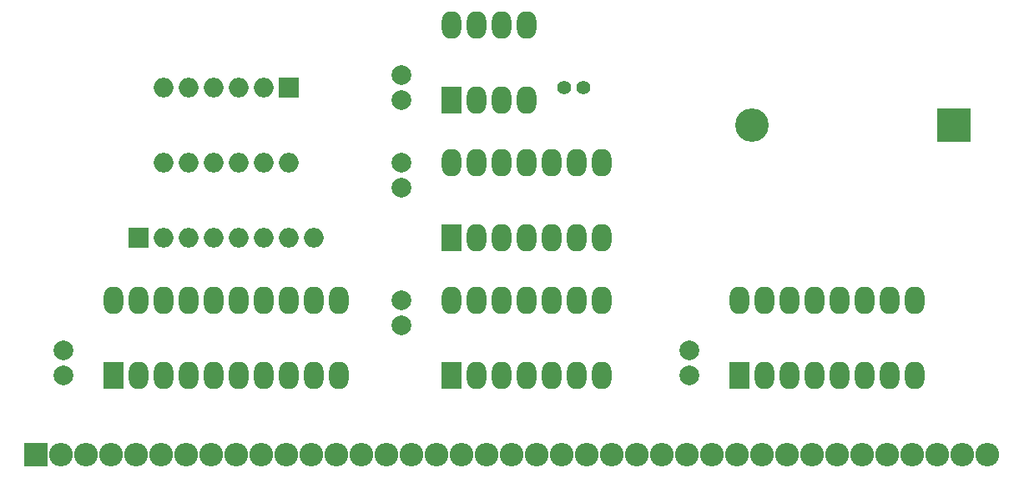
<source format=gts>
G04 #@! TF.FileFunction,Soldermask,Top*
%FSLAX46Y46*%
G04 Gerber Fmt 4.6, Leading zero omitted, Abs format (unit mm)*
G04 Created by KiCad (PCBNEW 4.0.7) date Sun Jan 21 13:03:22 2018*
%MOMM*%
%LPD*%
G01*
G04 APERTURE LIST*
%ADD10C,0.100000*%
%ADD11C,2.000000*%
%ADD12R,2.400000X2.400000*%
%ADD13O,2.400000X2.400000*%
%ADD14R,2.000000X2.000000*%
%ADD15O,2.000000X2.000000*%
%ADD16R,2.000000X2.800000*%
%ADD17O,2.000000X2.800000*%
%ADD18C,1.400000*%
%ADD19C,3.400000*%
%ADD20R,3.400000X3.400000*%
G04 APERTURE END LIST*
D10*
D11*
X64770000Y-152440000D03*
X64770000Y-154940000D03*
D12*
X62000000Y-163000000D03*
D13*
X64540000Y-163000000D03*
X67080000Y-163000000D03*
X69620000Y-163000000D03*
X72160000Y-163000000D03*
X74700000Y-163000000D03*
X77240000Y-163000000D03*
X79780000Y-163000000D03*
X82320000Y-163000000D03*
X84860000Y-163000000D03*
X87400000Y-163000000D03*
X89940000Y-163000000D03*
X92480000Y-163000000D03*
X95020000Y-163000000D03*
X97560000Y-163000000D03*
X100100000Y-163000000D03*
X102640000Y-163000000D03*
X105180000Y-163000000D03*
X107720000Y-163000000D03*
X110260000Y-163000000D03*
X112800000Y-163000000D03*
X115340000Y-163000000D03*
X117880000Y-163000000D03*
X120420000Y-163000000D03*
X122960000Y-163000000D03*
X125500000Y-163000000D03*
X128040000Y-163000000D03*
X130580000Y-163000000D03*
X133120000Y-163000000D03*
X135660000Y-163000000D03*
X138200000Y-163000000D03*
X140740000Y-163000000D03*
X143280000Y-163000000D03*
X145820000Y-163000000D03*
X148360000Y-163000000D03*
X150900000Y-163000000D03*
X153440000Y-163000000D03*
X155980000Y-163000000D03*
X158520000Y-163000000D03*
D14*
X87630000Y-125730000D03*
D15*
X74930000Y-133350000D03*
X85090000Y-125730000D03*
X77470000Y-133350000D03*
X82550000Y-125730000D03*
X80010000Y-133350000D03*
X80010000Y-125730000D03*
X82550000Y-133350000D03*
X77470000Y-125730000D03*
X85090000Y-133350000D03*
X74930000Y-125730000D03*
X87630000Y-133350000D03*
D11*
X99060000Y-126960000D03*
X99060000Y-124460000D03*
X99060000Y-149820000D03*
X99060000Y-147320000D03*
D14*
X72390000Y-140970000D03*
D15*
X74930000Y-140970000D03*
X77470000Y-140970000D03*
X80010000Y-140970000D03*
X82550000Y-140970000D03*
X85090000Y-140970000D03*
X87630000Y-140970000D03*
X90170000Y-140970000D03*
D16*
X69850000Y-154940000D03*
D17*
X92710000Y-147320000D03*
X72390000Y-154940000D03*
X90170000Y-147320000D03*
X74930000Y-154940000D03*
X87630000Y-147320000D03*
X77470000Y-154940000D03*
X85090000Y-147320000D03*
X80010000Y-154940000D03*
X82550000Y-147320000D03*
X82550000Y-154940000D03*
X80010000Y-147320000D03*
X85090000Y-154940000D03*
X77470000Y-147320000D03*
X87630000Y-154940000D03*
X74930000Y-147320000D03*
X90170000Y-154940000D03*
X72390000Y-147320000D03*
X92710000Y-154940000D03*
X69850000Y-147320000D03*
D11*
X99060000Y-135890000D03*
X99060000Y-133390000D03*
X128270000Y-154940000D03*
X128270000Y-152440000D03*
D18*
X115570000Y-125730000D03*
X117470000Y-125730000D03*
D16*
X104140000Y-140970000D03*
D17*
X119380000Y-133350000D03*
X106680000Y-140970000D03*
X116840000Y-133350000D03*
X109220000Y-140970000D03*
X114300000Y-133350000D03*
X111760000Y-140970000D03*
X111760000Y-133350000D03*
X114300000Y-140970000D03*
X109220000Y-133350000D03*
X116840000Y-140970000D03*
X106680000Y-133350000D03*
X119380000Y-140970000D03*
X104140000Y-133350000D03*
D16*
X133350000Y-154940000D03*
D17*
X151130000Y-147320000D03*
X135890000Y-154940000D03*
X148590000Y-147320000D03*
X138430000Y-154940000D03*
X146050000Y-147320000D03*
X140970000Y-154940000D03*
X143510000Y-147320000D03*
X143510000Y-154940000D03*
X140970000Y-147320000D03*
X146050000Y-154940000D03*
X138430000Y-147320000D03*
X148590000Y-154940000D03*
X135890000Y-147320000D03*
X151130000Y-154940000D03*
X133350000Y-147320000D03*
D16*
X104140000Y-127000000D03*
D17*
X111760000Y-119380000D03*
X106680000Y-127000000D03*
X109220000Y-119380000D03*
X109220000Y-127000000D03*
X106680000Y-119380000D03*
X111760000Y-127000000D03*
X104140000Y-119380000D03*
D16*
X104140000Y-154940000D03*
D17*
X119380000Y-147320000D03*
X106680000Y-154940000D03*
X116840000Y-147320000D03*
X109220000Y-154940000D03*
X114300000Y-147320000D03*
X111760000Y-154940000D03*
X111760000Y-147320000D03*
X114300000Y-154940000D03*
X109220000Y-147320000D03*
X116840000Y-154940000D03*
X106680000Y-147320000D03*
X119380000Y-154940000D03*
X104140000Y-147320000D03*
D19*
X134620000Y-129540000D03*
D20*
X155110000Y-129540000D03*
M02*

</source>
